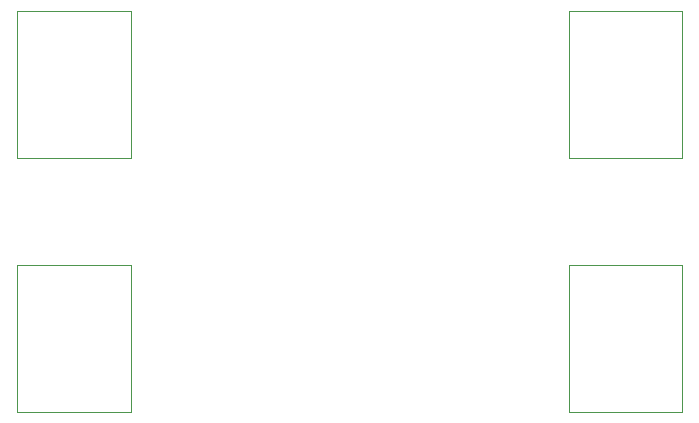
<source format=gbr>
%TF.GenerationSoftware,Altium Limited,Altium Designer,21.8.1 (53)*%
G04 Layer_Color=32768*
%FSLAX43Y43*%
%MOMM*%
%TF.SameCoordinates,7B22A04A-8AF3-4E57-AB0C-0AC604AFDBEB*%
%TF.FilePolarity,Positive*%
%TF.FileFunction,Other,Mechanical_15*%
%TF.Part,Single*%
G01*
G75*
%TA.AperFunction,NonConductor*%
%ADD24C,0.100*%
D24*
X57300Y6500D02*
Y19000D01*
X47700Y6500D02*
X57300D01*
X47700D02*
Y19000D01*
X57300D01*
X1000Y28000D02*
Y40500D01*
X10600D01*
Y28000D02*
Y40500D01*
X1000Y28000D02*
X10600D01*
X57300D02*
Y40500D01*
X47700Y28000D02*
X57300D01*
X47700D02*
Y40500D01*
X57300D01*
X1000Y6500D02*
Y19000D01*
X10600D01*
Y6500D02*
Y19000D01*
X1000Y6500D02*
X10600D01*
%TF.MD5,915eab53711aee133c5ba596f15d14f1*%
M02*

</source>
